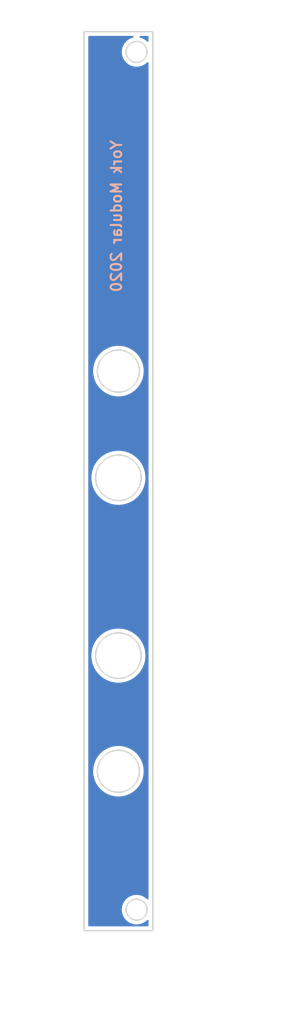
<source format=kicad_pcb>
(kicad_pcb (version 20171130) (host pcbnew 5.1.6-c6e7f7d~87~ubuntu18.04.1)

  (general
    (thickness 1.6)
    (drawings 57)
    (tracks 0)
    (zones 0)
    (modules 0)
    (nets 1)
  )

  (page A4)
  (layers
    (0 F.Cu signal)
    (31 B.Cu signal)
    (32 B.Adhes user)
    (33 F.Adhes user)
    (34 B.Paste user)
    (35 F.Paste user)
    (36 B.SilkS user)
    (37 F.SilkS user)
    (38 B.Mask user)
    (39 F.Mask user)
    (40 Dwgs.User user)
    (41 Cmts.User user)
    (42 Eco1.User user)
    (43 Eco2.User user)
    (44 Edge.Cuts user)
    (45 Margin user)
    (46 B.CrtYd user)
    (47 F.CrtYd user)
    (48 B.Fab user)
    (49 F.Fab user)
  )

  (setup
    (last_trace_width 0.25)
    (trace_clearance 0.2)
    (zone_clearance 0.508)
    (zone_45_only no)
    (trace_min 0.2)
    (via_size 0.8)
    (via_drill 0.4)
    (via_min_size 0.4)
    (via_min_drill 0.3)
    (uvia_size 0.3)
    (uvia_drill 0.1)
    (uvias_allowed no)
    (uvia_min_size 0.2)
    (uvia_min_drill 0.1)
    (edge_width 0.05)
    (segment_width 0.2)
    (pcb_text_width 0.3)
    (pcb_text_size 1.5 1.5)
    (mod_edge_width 0.12)
    (mod_text_size 1 1)
    (mod_text_width 0.15)
    (pad_size 1.524 1.524)
    (pad_drill 0.762)
    (pad_to_mask_clearance 0.05)
    (aux_axis_origin 0 0)
    (visible_elements FFFFFF7F)
    (pcbplotparams
      (layerselection 0x010fc_ffffffff)
      (usegerberextensions false)
      (usegerberattributes true)
      (usegerberadvancedattributes true)
      (creategerberjobfile true)
      (excludeedgelayer true)
      (linewidth 0.100000)
      (plotframeref false)
      (viasonmask false)
      (mode 1)
      (useauxorigin false)
      (hpglpennumber 1)
      (hpglpenspeed 20)
      (hpglpendiameter 15.000000)
      (psnegative false)
      (psa4output false)
      (plotreference true)
      (plotvalue true)
      (plotinvisibletext false)
      (padsonsilk false)
      (subtractmaskfromsilk false)
      (outputformat 1)
      (mirror false)
      (drillshape 1)
      (scaleselection 1)
      (outputdirectory ""))
  )

  (net 0 "")

  (net_class Default "This is the default net class."
    (clearance 0.2)
    (trace_width 0.25)
    (via_dia 0.8)
    (via_drill 0.4)
    (uvia_dia 0.3)
    (uvia_drill 0.1)
  )

  (gr_text "York Modular 2020" (at 128.67 65.44 90) (layer B.SilkS)
    (effects (font (size 1.5 1.5) (thickness 0.3)) (justify mirror))
  )
  (gr_text OUT (at 128.94 153.95) (layer F.Mask) (tstamp 5F22879B)
    (effects (font (size 2 2) (thickness 0.5)))
  )
  (gr_text RES (at 128.89 120.79) (layer F.Mask) (tstamp 5F22878E)
    (effects (font (size 2 2) (thickness 0.5)))
  )
  (gr_text CUT (at 128.92 110.79) (layer F.Mask) (tstamp 5F228781)
    (effects (font (size 2 2) (thickness 0.5)))
  )
  (gr_text IN (at 129 80.16) (layer F.Mask) (tstamp 5F228772)
    (effects (font (size 2 2) (thickness 0.5)))
  )
  (gr_text HPF (at 129.04 51.13) (layer F.Mask) (tstamp 5F228762)
    (effects (font (size 3 2) (thickness 0.5)))
  )
  (gr_text HPF (at 129.04 51.12) (layer F.Cu)
    (effects (font (size 3 2) (thickness 0.5)))
  )
  (gr_text IN (at 129 80.16) (layer F.Cu) (tstamp 5F22870F)
    (effects (font (size 2 2) (thickness 0.5)))
  )
  (gr_text CUT (at 128.92 110.79) (layer F.Cu) (tstamp 5F228707)
    (effects (font (size 2 2) (thickness 0.5)))
  )
  (gr_text RES (at 128.89 120.79) (layer F.Cu) (tstamp 5F228702)
    (effects (font (size 2 2) (thickness 0.5)))
  )
  (gr_text OUT (at 128.94 153.95) (layer F.Cu)
    (effects (font (size 2 2) (thickness 0.5)))
  )
  (gr_curve (pts (xy 127.46 142.111924) (xy 126.531797 142.647823) (xy 125.96 143.638204) (xy 125.96 144.71)) (layer Edge.Cuts) (width 0.2))
  (gr_curve (pts (xy 130.46 84.961924) (xy 129.531796 84.426026) (xy 128.388203 84.426026) (xy 127.46 84.961924)) (layer Edge.Cuts) (width 0.2))
  (gr_curve (pts (xy 130.799812 163.180425) (xy 130.335615 163.448519) (xy 130.049767 163.943952) (xy 130.05 164.480006)) (layer Edge.Cuts) (width 0.2))
  (gr_curve (pts (xy 132.300188 43.27958) (xy 132.764385 43.011486) (xy 133.050232 42.516053) (xy 133.05 41.979999)) (layer Edge.Cuts) (width 0.2))
  (gr_curve (pts (xy 132.21 102.8) (xy 132.21 101.638887) (xy 131.590553 100.565974) (xy 130.585 99.985418)) (layer Edge.Cuts) (width 0.2))
  (gr_curve (pts (xy 127.335 131.014583) (xy 128.340553 131.595139) (xy 129.579446 131.595139) (xy 130.585 131.014583)) (layer Edge.Cuts) (width 0.2))
  (gr_line (start 132.21 128.2) (end 132.21 128.2) (layer Edge.Cuts) (width 0.2))
  (gr_line (start 132.21 102.8) (end 132.21 102.8) (layer Edge.Cuts) (width 0.2))
  (gr_curve (pts (xy 127.335 125.385418) (xy 126.329446 125.965974) (xy 125.71 127.038887) (xy 125.71 128.2)) (layer Edge.Cuts) (width 0.2))
  (gr_curve (pts (xy 130.799812 43.27958) (xy 131.264009 43.547674) (xy 131.835991 43.547674) (xy 132.300188 43.27958)) (layer Edge.Cuts) (width 0.2))
  (gr_curve (pts (xy 132.300188 165.779586) (xy 132.764385 165.511492) (xy 133.050232 165.016059) (xy 133.05 164.480006)) (layer Edge.Cuts) (width 0.2))
  (gr_curve (pts (xy 130.46 142.111924) (xy 129.531796 141.576026) (xy 128.388203 141.576026) (xy 127.46 142.111924)) (layer Edge.Cuts) (width 0.2))
  (gr_curve (pts (xy 130.799812 165.779586) (xy 131.264009 166.04768) (xy 131.835991 166.04768) (xy 132.300188 165.779586)) (layer Edge.Cuts) (width 0.2))
  (gr_curve (pts (xy 130.46 90.158076) (xy 131.388203 89.622178) (xy 131.96 88.631797) (xy 131.96 87.56)) (layer Edge.Cuts) (width 0.2))
  (gr_curve (pts (xy 125.96 144.71) (xy 125.96 145.781797) (xy 126.531797 146.772178) (xy 127.46 147.308076)) (layer Edge.Cuts) (width 0.2))
  (gr_curve (pts (xy 130.46 147.308076) (xy 131.388203 146.772178) (xy 131.96 145.781797) (xy 131.96 144.71)) (layer Edge.Cuts) (width 0.2))
  (gr_curve (pts (xy 133.05 41.979999) (xy 133.050232 41.443946) (xy 132.764385 40.948513) (xy 132.300188 40.680419)) (layer Edge.Cuts) (width 0.2))
  (gr_curve (pts (xy 131.96 87.56) (xy 131.96 86.488204) (xy 131.388203 85.497823) (xy 130.46 84.961924)) (layer Edge.Cuts) (width 0.2))
  (gr_curve (pts (xy 127.335 99.985418) (xy 126.329446 100.565974) (xy 125.71 101.638887) (xy 125.71 102.8)) (layer Edge.Cuts) (width 0.2))
  (gr_line (start 124.05 167.48) (end 124.05 39.08) (layer Edge.Cuts) (width 0.2))
  (gr_line (start 133.87 167.48) (end 124.05 167.48) (layer Edge.Cuts) (width 0.2))
  (gr_curve (pts (xy 132.300188 163.180425) (xy 131.835991 162.912331) (xy 131.264009 162.912331) (xy 130.799812 163.180425)) (layer Edge.Cuts) (width 0.2))
  (gr_line (start 133.87 39.08) (end 133.87 167.48) (layer Edge.Cuts) (width 0.2))
  (gr_curve (pts (xy 133.05 164.480006) (xy 133.050232 163.943952) (xy 132.764385 163.448519) (xy 132.300188 163.180425)) (layer Edge.Cuts) (width 0.2))
  (gr_curve (pts (xy 130.585 105.614583) (xy 131.590553 105.034026) (xy 132.21 103.961113) (xy 132.21 102.8)) (layer Edge.Cuts) (width 0.2))
  (gr_line (start 124.05 39.08) (end 133.87 39.08) (layer Edge.Cuts) (width 0.2))
  (gr_curve (pts (xy 127.46 84.961924) (xy 126.531797 85.497823) (xy 125.96 86.488204) (xy 125.96 87.56)) (layer Edge.Cuts) (width 0.2))
  (gr_line (start 133.05 41.979999) (end 133.05 41.979999) (layer Edge.Cuts) (width 0.2))
  (gr_curve (pts (xy 125.71 102.8) (xy 125.71 103.961113) (xy 126.329446 105.034026) (xy 127.335 105.614583)) (layer Edge.Cuts) (width 0.2))
  (gr_curve (pts (xy 130.05 41.979999) (xy 130.049767 42.516053) (xy 130.335615 43.011486) (xy 130.799812 43.27958)) (layer Edge.Cuts) (width 0.2))
  (gr_line (start 131.96 144.71) (end 131.96 144.71) (layer Edge.Cuts) (width 0.2))
  (gr_curve (pts (xy 127.46 90.158076) (xy 128.388203 90.693975) (xy 129.531796 90.693975) (xy 130.46 90.158076)) (layer Edge.Cuts) (width 0.2))
  (gr_curve (pts (xy 125.96 87.56) (xy 125.96 88.631797) (xy 126.531797 89.622178) (xy 127.46 90.158076)) (layer Edge.Cuts) (width 0.2))
  (gr_curve (pts (xy 125.71 128.2) (xy 125.71 129.361113) (xy 126.329446 130.434026) (xy 127.335 131.014583)) (layer Edge.Cuts) (width 0.2))
  (gr_curve (pts (xy 132.300188 40.680419) (xy 131.835991 40.412325) (xy 131.264009 40.412325) (xy 130.799812 40.680419)) (layer Edge.Cuts) (width 0.2))
  (gr_curve (pts (xy 131.96 144.71) (xy 131.96 143.638204) (xy 131.388203 142.647823) (xy 130.46 142.111924)) (layer Edge.Cuts) (width 0.2))
  (gr_curve (pts (xy 127.335 105.614583) (xy 128.340553 106.195139) (xy 129.579446 106.195139) (xy 130.585 105.614583)) (layer Edge.Cuts) (width 0.2))
  (gr_curve (pts (xy 130.585 99.985418) (xy 129.579446 99.404861) (xy 128.340553 99.404861) (xy 127.335 99.985418)) (layer Edge.Cuts) (width 0.2))
  (gr_curve (pts (xy 130.585 125.385418) (xy 129.579446 124.804861) (xy 128.340553 124.804861) (xy 127.335 125.385418)) (layer Edge.Cuts) (width 0.2))
  (gr_curve (pts (xy 130.585 131.014583) (xy 131.590553 130.434026) (xy 132.21 129.361113) (xy 132.21 128.2)) (layer Edge.Cuts) (width 0.2))
  (gr_line (start 133.05 164.480006) (end 133.05 164.480006) (layer Edge.Cuts) (width 0.2))
  (gr_curve (pts (xy 130.799812 40.680419) (xy 130.335615 40.948513) (xy 130.049767 41.443946) (xy 130.05 41.979999)) (layer Edge.Cuts) (width 0.2))
  (gr_curve (pts (xy 132.21 128.2) (xy 132.21 127.038887) (xy 131.590553 125.965974) (xy 130.585 125.385418)) (layer Edge.Cuts) (width 0.2))
  (gr_curve (pts (xy 127.46 147.308076) (xy 128.388203 147.843975) (xy 129.531796 147.843975) (xy 130.46 147.308076)) (layer Edge.Cuts) (width 0.2))
  (gr_curve (pts (xy 130.05 164.480006) (xy 130.049767 165.016059) (xy 130.335615 165.511492) (xy 130.799812 165.779586)) (layer Edge.Cuts) (width 0.2))
  (gr_line (start 131.96 87.56) (end 131.96 87.56) (layer Edge.Cuts) (width 0.2))

  (zone (net 0) (net_name "") (layer B.Cu) (tstamp 0) (hatch edge 0.508)
    (connect_pads (clearance 0.508))
    (min_thickness 0.254)
    (fill yes (arc_segments 32) (thermal_gap 0.508) (thermal_bridge_width 0.508))
    (polygon
      (pts
        (xy 153.61 180.68) (xy 112.05 174.65) (xy 118.08 35.64) (xy 148.87 34.56)
      )
    )
    (filled_polygon
      (pts
        (xy 130.963797 39.824252) (xy 130.911316 39.840984) (xy 130.858154 39.855303) (xy 130.848578 39.858993) (xy 130.61898 39.949318)
        (xy 130.585667 39.966347) (xy 130.550914 39.980179) (xy 130.541828 39.98495) (xy 130.453581 40.032076) (xy 130.422354 40.052904)
        (xy 130.389328 40.070725) (xy 130.380855 40.076515) (xy 130.176736 40.218122) (xy 130.134528 40.253981) (xy 130.090773 40.287909)
        (xy 130.083365 40.295011) (xy 129.907837 40.465646) (xy 129.872527 40.507416) (xy 129.83533 40.547474) (xy 129.829171 40.555683)
        (xy 129.684701 40.751072) (xy 129.65681 40.797712) (xy 129.626735 40.842977) (xy 129.62198 40.852071) (xy 129.511033 41.067942)
        (xy 129.490974 41.118603) (xy 129.468549 41.168268) (xy 129.465326 41.178011) (xy 129.390366 41.410089) (xy 129.378633 41.4639)
        (xy 129.364466 41.517111) (xy 129.362877 41.52725) (xy 129.326372 41.771261) (xy 129.324474 41.808621) (xy 129.319086 41.845643)
        (xy 129.318678 41.855897) (xy 129.315396 41.955887) (xy 129.31781 41.993022) (xy 129.316718 42.030219) (xy 129.31749 42.040452)
        (xy 129.337923 42.288039) (xy 129.347844 42.342532) (xy 129.355316 42.397385) (xy 129.357756 42.407353) (xy 129.417629 42.644717)
        (xy 129.436118 42.696194) (xy 129.452181 42.748447) (xy 129.456205 42.757887) (xy 129.553054 42.980754) (xy 129.57947 43.028239)
        (xy 129.603606 43.076934) (xy 129.6091 43.085602) (xy 129.740457 43.289697) (xy 129.774291 43.332438) (xy 129.806053 43.376693)
        (xy 129.812875 43.38436) (xy 129.976276 43.56541) (xy 130.016988 43.602498) (xy 130.055965 43.641396) (xy 130.063946 43.647846)
        (xy 130.256924 43.801577) (xy 130.288321 43.821921) (xy 130.317666 43.845108) (xy 130.326339 43.850594) (xy 130.41126 43.903481)
        (xy 130.444914 43.920124) (xy 130.476854 43.939824) (xy 130.486103 43.944269) (xy 130.710768 44.050302) (xy 130.76292 44.06894)
        (xy 130.814175 44.089884) (xy 130.824028 44.092752) (xy 131.059547 44.159513) (xy 131.113358 44.16922) (xy 131.166655 44.181423)
        (xy 131.176843 44.182655) (xy 131.418283 44.210146) (xy 131.472619 44.210996) (xy 131.526861 44.214425) (xy 131.537114 44.213999)
        (xy 131.779541 44.202217) (xy 131.833466 44.194271) (xy 131.887673 44.188876) (xy 131.897722 44.186799) (xy 132.136202 44.135746)
        (xy 132.188683 44.119014) (xy 132.241845 44.104695) (xy 132.251421 44.101005) (xy 132.481019 44.01068) (xy 132.514325 43.993655)
        (xy 132.549076 43.979824) (xy 132.558162 43.975053) (xy 132.64641 43.927928) (xy 132.677641 43.907097) (xy 132.710676 43.889272)
        (xy 132.719148 43.883482) (xy 132.923266 43.741874) (xy 132.96547 43.706017) (xy 133.009225 43.672089) (xy 133.016634 43.664988)
        (xy 133.135 43.54992) (xy 133.135001 162.90709) (xy 133.123723 162.894594) (xy 133.083006 162.857501) (xy 133.044034 162.818608)
        (xy 133.036053 162.812158) (xy 132.843075 162.658427) (xy 132.811678 162.638083) (xy 132.782331 162.614895) (xy 132.773658 162.609409)
        (xy 132.688738 162.556523) (xy 132.65509 162.539883) (xy 132.623147 162.520181) (xy 132.613898 162.515736) (xy 132.389233 162.409702)
        (xy 132.337076 162.391062) (xy 132.285824 162.37012) (xy 132.275971 162.367252) (xy 132.040452 162.300491) (xy 131.986641 162.290784)
        (xy 131.933344 162.278581) (xy 131.923156 162.277349) (xy 131.681716 162.249858) (xy 131.627379 162.249008) (xy 131.573138 162.245579)
        (xy 131.562885 162.246005) (xy 131.320458 162.257787) (xy 131.266533 162.265733) (xy 131.212326 162.271128) (xy 131.202276 162.273206)
        (xy 130.963797 162.324258) (xy 130.911316 162.34099) (xy 130.858154 162.355309) (xy 130.848578 162.358999) (xy 130.61898 162.449324)
        (xy 130.585667 162.466353) (xy 130.550914 162.480185) (xy 130.541828 162.484956) (xy 130.453581 162.532082) (xy 130.422354 162.55291)
        (xy 130.389328 162.570731) (xy 130.380855 162.576521) (xy 130.176736 162.718128) (xy 130.134528 162.753987) (xy 130.090773 162.787915)
        (xy 130.083365 162.795017) (xy 129.907837 162.965652) (xy 129.872527 163.007421) (xy 129.835329 163.047481) (xy 129.82917 163.05569)
        (xy 129.6847 163.25108) (xy 129.656806 163.297727) (xy 129.626736 163.342983) (xy 129.621981 163.352077) (xy 129.511033 163.567947)
        (xy 129.490966 163.618627) (xy 129.468549 163.668275) (xy 129.465326 163.678018) (xy 129.390366 163.910097) (xy 129.378634 163.963902)
        (xy 129.364466 164.017118) (xy 129.362877 164.027257) (xy 129.326372 164.271268) (xy 129.324474 164.308628) (xy 129.319086 164.34565)
        (xy 129.318678 164.355904) (xy 129.315396 164.455894) (xy 129.31781 164.493029) (xy 129.316718 164.530226) (xy 129.31749 164.540459)
        (xy 129.337923 164.788046) (xy 129.347844 164.842539) (xy 129.355316 164.897392) (xy 129.357756 164.90736) (xy 129.417629 165.144724)
        (xy 129.436116 165.196195) (xy 129.452181 165.248455) (xy 129.456205 165.257895) (xy 129.553054 165.480761) (xy 129.579472 165.528248)
        (xy 129.603606 165.57694) (xy 129.6091 165.585608) (xy 129.740457 165.789703) (xy 129.774291 165.832444) (xy 129.806053 165.876699)
        (xy 129.812875 165.884366) (xy 129.976276 166.065416) (xy 130.016988 166.102504) (xy 130.055965 166.141402) (xy 130.063946 166.147852)
        (xy 130.256924 166.301583) (xy 130.288321 166.321927) (xy 130.317666 166.345114) (xy 130.326339 166.3506) (xy 130.41126 166.403487)
        (xy 130.444914 166.42013) (xy 130.476854 166.43983) (xy 130.486103 166.444275) (xy 130.710768 166.550308) (xy 130.76292 166.568946)
        (xy 130.814175 166.58989) (xy 130.824028 166.592758) (xy 131.059547 166.659519) (xy 131.113358 166.669226) (xy 131.166655 166.681429)
        (xy 131.176843 166.682661) (xy 131.418283 166.710152) (xy 131.472619 166.711002) (xy 131.526861 166.714431) (xy 131.537114 166.714005)
        (xy 131.779541 166.702223) (xy 131.833466 166.694277) (xy 131.887673 166.688882) (xy 131.897722 166.686805) (xy 132.136202 166.635752)
        (xy 132.188683 166.61902) (xy 132.241845 166.604701) (xy 132.251421 166.601011) (xy 132.481019 166.510686) (xy 132.514325 166.493661)
        (xy 132.549076 166.47983) (xy 132.558162 166.475059) (xy 132.64641 166.427934) (xy 132.677641 166.407103) (xy 132.710676 166.389278)
        (xy 132.719148 166.383488) (xy 132.923266 166.24188) (xy 132.96547 166.206023) (xy 133.009225 166.172095) (xy 133.016634 166.164994)
        (xy 133.135001 166.049925) (xy 133.135001 166.745) (xy 124.785 166.745) (xy 124.785 144.724169) (xy 125.225137 144.724169)
        (xy 125.225406 144.734428) (xy 125.232054 144.934345) (xy 125.235366 144.959486) (xy 125.235477 144.984842) (xy 125.236594 144.995043)
        (xy 125.271004 145.290145) (xy 125.277627 145.320644) (xy 125.280839 145.351677) (xy 125.282956 145.361718) (xy 125.345744 145.649453)
        (xy 125.355258 145.67889) (xy 125.361438 145.709197) (xy 125.364528 145.718983) (xy 125.45463 145.997504) (xy 125.466893 146.025672)
        (xy 125.47593 146.055029) (xy 125.479958 146.064468) (xy 125.596309 146.331935) (xy 125.611193 146.358665) (xy 125.622987 146.386897)
        (xy 125.627911 146.395901) (xy 125.769446 146.650466) (xy 125.78684 146.675611) (xy 125.801306 146.702552) (xy 125.807079 146.711036)
        (xy 125.972733 146.950857) (xy 125.992544 146.974272) (xy 126.009607 146.999751) (xy 126.016177 147.007635) (xy 126.204887 147.230866)
        (xy 126.227012 147.252375) (xy 126.246597 147.276206) (xy 126.253905 147.28341) (xy 126.464603 147.488209) (xy 126.488925 147.507616)
        (xy 126.51094 147.529586) (xy 126.518922 147.536037) (xy 126.750544 147.720557) (xy 126.776895 147.737632) (xy 126.80121 147.7575)
        (xy 126.809792 147.763127) (xy 127.061275 147.925525) (xy 127.083882 147.93717) (xy 127.104841 147.951572) (xy 127.11386 147.956468)
        (xy 127.290316 148.050668) (xy 127.313747 148.060371) (xy 127.335756 148.07295) (xy 127.34515 148.077084) (xy 127.617921 148.194836)
        (xy 127.647643 148.20435) (xy 127.676128 148.217086) (xy 127.685883 148.220273) (xy 127.966462 148.309764) (xy 127.996714 148.316244)
        (xy 128.026049 148.326044) (xy 128.036069 148.328261) (xy 128.322328 148.389491) (xy 128.352856 148.392955) (xy 128.382793 148.399806)
        (xy 128.392981 148.401038) (xy 128.682789 148.434009) (xy 128.713383 148.434484) (xy 128.743728 148.438386) (xy 128.753987 148.438624)
        (xy 129.045215 148.443334) (xy 129.075696 148.440842) (xy 129.106255 148.441784) (xy 129.116489 148.441027) (xy 129.407008 148.417476)
        (xy 129.437186 148.412027) (xy 129.467783 148.40999) (xy 129.477896 148.408241) (xy 129.765573 148.356432) (xy 129.795266 148.348024)
        (xy 129.825698 148.342979) (xy 129.835591 148.340252) (xy 130.118301 148.260181) (xy 130.147268 148.248821) (xy 130.177305 148.24074)
        (xy 130.186882 148.237053) (xy 130.462492 148.128722) (xy 130.490456 148.114438) (xy 130.519817 148.103316) (xy 130.528981 148.098698)
        (xy 130.795363 147.962107) (xy 130.816754 147.948349) (xy 130.839705 147.9374) (xy 130.848455 147.932038) (xy 131.018263 147.826321)
        (xy 131.038378 147.810884) (xy 131.060281 147.79811) (xy 131.068557 147.792042) (xy 131.306918 147.61469) (xy 131.330018 147.593707)
        (xy 131.355289 147.575407) (xy 131.362927 147.568553) (xy 131.580718 147.37031) (xy 131.601455 147.347352) (xy 131.624609 147.326848)
        (xy 131.631539 147.319279) (xy 131.827696 147.101987) (xy 131.845959 147.077282) (xy 131.866866 147.054776) (xy 131.873026 147.046568)
        (xy 132.046483 146.812072) (xy 132.062193 146.785811) (xy 132.08074 146.761489) (xy 132.086076 146.752723) (xy 132.235769 146.502868)
        (xy 132.248851 146.475226) (xy 132.264947 146.449231) (xy 132.269408 146.43999) (xy 132.394272 146.176617) (xy 132.404643 146.147756)
        (xy 132.418177 146.12024) (xy 132.421719 146.110608) (xy 132.52069 145.835566) (xy 132.528254 145.805651) (xy 132.539101 145.776774)
        (xy 132.541686 145.766842) (xy 132.613698 145.481973) (xy 132.618344 145.451202) (xy 132.626364 145.421151) (xy 132.62796 145.411013)
        (xy 132.671947 145.118162) (xy 132.673559 145.086798) (xy 132.678606 145.055817) (xy 132.679189 145.045571) (xy 132.693204 144.764339)
        (xy 132.698556 144.71) (xy 132.693801 144.661719) (xy 132.687945 144.485651) (xy 132.684633 144.460511) (xy 132.684522 144.435157)
        (xy 132.683405 144.424956) (xy 132.648995 144.129854) (xy 132.642372 144.099355) (xy 132.63916 144.068322) (xy 132.637043 144.05828)
        (xy 132.574255 143.770546) (xy 132.56474 143.741106) (xy 132.558561 143.710804) (xy 132.555471 143.701018) (xy 132.465369 143.422495)
        (xy 132.453103 143.394322) (xy 132.444068 143.364969) (xy 132.440041 143.35553) (xy 132.32369 143.088064) (xy 132.308804 143.061329)
        (xy 132.297012 143.033103) (xy 132.292088 143.024099) (xy 132.150553 142.769533) (xy 132.133158 142.744386) (xy 132.118693 142.717448)
        (xy 132.11292 142.708964) (xy 131.947266 142.469143) (xy 131.927452 142.445725) (xy 131.910392 142.42025) (xy 131.903822 142.412366)
        (xy 131.715114 142.189135) (xy 131.692991 142.167628) (xy 131.673403 142.143793) (xy 131.666094 142.136589) (xy 131.455396 141.931791)
        (xy 131.431077 141.912387) (xy 131.409059 141.890413) (xy 131.401077 141.883962) (xy 131.169455 141.699442) (xy 131.1431 141.682365)
        (xy 131.118788 141.662499) (xy 131.110206 141.656871) (xy 130.858724 141.494474) (xy 130.836115 141.482829) (xy 130.815159 141.468428)
        (xy 130.80614 141.463532) (xy 130.629682 141.369331) (xy 130.606253 141.359629) (xy 130.584241 141.347048) (xy 130.574848 141.342915)
        (xy 130.302077 141.225164) (xy 130.272357 141.215651) (xy 130.24387 141.202914) (xy 130.234115 141.199727) (xy 129.953535 141.110236)
        (xy 129.923288 141.103757) (xy 129.893951 141.093956) (xy 129.883931 141.091739) (xy 129.597672 141.030509) (xy 129.56715 141.027046)
        (xy 129.537202 141.020192) (xy 129.527014 141.018961) (xy 129.237206 140.985991) (xy 129.206615 140.985516) (xy 129.17627 140.981614)
        (xy 129.16601 140.981376) (xy 128.874783 140.976666) (xy 128.844301 140.979158) (xy 128.813745 140.978216) (xy 128.803511 140.978973)
        (xy 128.512993 141.002523) (xy 128.48281 141.007973) (xy 128.452213 141.01001) (xy 128.442101 141.011758) (xy 128.154422 141.063569)
        (xy 128.124738 141.071974) (xy 128.094302 141.07702) (xy 128.084408 141.079748) (xy 127.8017 141.159818) (xy 127.772734 141.171177)
        (xy 127.742694 141.179259) (xy 127.733117 141.182946) (xy 127.457507 141.291277) (xy 127.429546 141.305559) (xy 127.400179 141.316684)
        (xy 127.391015 141.321302) (xy 127.124634 141.457895) (xy 127.103252 141.471647) (xy 127.080299 141.482597) (xy 127.07155 141.48796)
        (xy 126.901741 141.593675) (xy 126.881622 141.609115) (xy 126.859719 141.621889) (xy 126.851442 141.627957) (xy 126.613081 141.805308)
        (xy 126.589976 141.826296) (xy 126.564709 141.844593) (xy 126.557071 141.851447) (xy 126.33928 142.049691) (xy 126.318543 142.072649)
        (xy 126.29539 142.093152) (xy 126.28846 142.100721) (xy 126.092303 142.318013) (xy 126.074039 142.342719) (xy 126.053134 142.365223)
        (xy 126.046974 142.373431) (xy 125.873517 142.607926) (xy 125.857808 142.634184) (xy 125.839258 142.658511) (xy 125.833922 142.667277)
        (xy 125.684229 142.917133) (xy 125.671145 142.94478) (xy 125.655053 142.970768) (xy 125.650591 142.980009) (xy 125.525727 143.24338)
        (xy 125.515353 143.272249) (xy 125.501822 143.29976) (xy 125.498279 143.309391) (xy 125.399309 143.584434) (xy 125.391745 143.614348)
        (xy 125.380898 143.643226) (xy 125.378314 143.653157) (xy 125.306302 143.938025) (xy 125.301656 143.968791) (xy 125.293635 143.998848)
        (xy 125.292039 144.008986) (xy 125.248052 144.301837) (xy 125.24644 144.333203) (xy 125.241393 144.364185) (xy 125.24081 144.37443)
        (xy 125.225911 144.673419) (xy 125.22713 144.698821) (xy 125.225137 144.724169) (xy 124.785 144.724169) (xy 124.785 128.214169)
        (xy 124.975137 128.214169) (xy 124.975406 128.224428) (xy 124.982608 128.441004) (xy 124.985129 128.460145) (xy 124.984896 128.479447)
        (xy 124.985845 128.489665) (xy 125.007223 128.703582) (xy 125.010984 128.72239) (xy 125.012017 128.741538) (xy 125.013638 128.751671)
        (xy 125.048852 128.962337) (xy 125.05381 128.980726) (xy 125.056082 128.999635) (xy 125.058365 129.00964) (xy 125.107071 129.216463)
        (xy 125.113187 129.234376) (xy 125.116667 129.25298) (xy 125.119598 129.262815) (xy 125.181455 129.465202) (xy 125.188688 129.482582)
        (xy 125.193345 129.500823) (xy 125.196909 129.510447) (xy 125.271575 129.707807) (xy 125.279891 129.724616) (xy 125.285696 129.742441)
        (xy 125.289876 129.751813) (xy 125.37701 129.943555) (xy 125.386373 129.959746) (xy 125.393301 129.977115) (xy 125.398079 129.986197)
        (xy 125.497339 130.171727) (xy 125.507721 130.187267) (xy 125.515749 130.204133) (xy 125.521103 130.212888) (xy 125.632146 130.391614)
        (xy 125.64352 130.406463) (xy 125.652632 130.422792) (xy 125.658542 130.431182) (xy 125.781027 130.602512) (xy 125.793368 130.616628)
        (xy 125.803546 130.632375) (xy 125.809987 130.640364) (xy 125.943573 130.803707) (xy 125.956856 130.817047) (xy 125.968081 130.832159)
        (xy 125.975028 130.839713) (xy 126.119372 130.994477) (xy 126.133574 131.006996) (xy 126.145827 131.021419) (xy 126.153252 131.028503)
        (xy 126.308013 131.174095) (xy 126.323092 131.185729) (xy 126.336348 131.199403) (xy 126.344222 131.205984) (xy 126.509057 131.341814)
        (xy 126.52498 131.35251) (xy 126.539204 131.365365) (xy 126.547495 131.371413) (xy 126.722064 131.496886) (xy 126.738766 131.50657)
        (xy 126.753913 131.518535) (xy 126.762587 131.524019) (xy 126.946547 131.638545) (xy 126.963891 131.647119) (xy 126.979841 131.658079)
        (xy 126.98886 131.662975) (xy 127.180021 131.765025) (xy 127.19786 131.772412) (xy 127.214458 131.782265) (xy 127.223782 131.786552)
        (xy 127.419729 131.874996) (xy 127.437891 131.881141) (xy 127.45499 131.88982) (xy 127.464577 131.893483) (xy 127.664625 131.968321)
        (xy 127.683038 131.973224) (xy 127.700548 131.98071) (xy 127.710354 131.983736) (xy 127.91382 132.044966) (xy 127.932393 132.048626)
        (xy 127.950241 132.054913) (xy 127.960223 132.057293) (xy 128.166424 132.104917) (xy 128.185098 132.107344) (xy 128.20322 132.11243)
        (xy 128.213336 132.114155) (xy 128.421589 132.148172) (xy 128.440302 132.149375) (xy 128.458642 132.15326) (xy 128.468849 132.154327)
        (xy 128.678468 132.174737) (xy 128.697171 132.174724) (xy 128.715674 132.177408) (xy 128.725929 132.177812) (xy 128.936232 132.184616)
        (xy 128.954886 132.183394) (xy 128.973507 132.184875) (xy 128.983766 132.184616) (xy 129.194069 132.177812) (xy 129.212619 132.175385)
        (xy 129.231309 132.175659) (xy 129.24153 132.174737) (xy 129.451149 132.154327) (xy 129.469548 132.150697) (xy 129.48827 132.149756)
        (xy 129.498409 132.148173) (xy 129.706662 132.114156) (xy 129.724863 132.109321) (xy 129.74356 132.107156) (xy 129.753575 132.104917)
        (xy 129.959776 132.057293) (xy 129.977719 132.051253) (xy 129.996331 132.047854) (xy 130.006178 132.044966) (xy 130.209645 131.983736)
        (xy 130.227261 131.976494) (xy 130.245738 131.971849) (xy 130.255375 131.96832) (xy 130.455422 131.893482) (xy 130.472637 131.885044)
        (xy 130.490885 131.879153) (xy 130.500268 131.874997) (xy 130.696216 131.786553) (xy 130.712955 131.77693) (xy 130.73089 131.769795)
        (xy 130.739976 131.765026) (xy 130.931138 131.662976) (xy 130.947241 131.652239) (xy 130.964705 131.643907) (xy 130.973455 131.638544)
        (xy 131.157414 131.524018) (xy 131.172726 131.512267) (xy 131.189562 131.502816) (xy 131.197937 131.496885) (xy 131.372504 131.371412)
        (xy 131.386911 131.358752) (xy 131.402974 131.348285) (xy 131.410939 131.341815) (xy 131.575775 131.205986) (xy 131.589226 131.192493)
        (xy 131.604464 131.181072) (xy 131.611988 131.174093) (xy 131.766748 131.028501) (xy 131.779205 131.014246) (xy 131.793574 131.001932)
        (xy 131.800626 130.994477) (xy 131.94497 130.839713) (xy 131.956408 130.824756) (xy 131.969873 130.811605) (xy 131.976425 130.803707)
        (xy 132.110011 130.640364) (xy 132.120409 130.62476) (xy 132.132945 130.610818) (xy 132.138971 130.602512) (xy 132.261456 130.431182)
        (xy 132.270797 130.414977) (xy 132.282373 130.400295) (xy 132.28785 130.391617) (xy 132.398894 130.212891) (xy 132.407161 130.196129)
        (xy 132.417757 130.180739) (xy 132.422662 130.171724) (xy 132.521921 129.986194) (xy 132.529093 129.96892) (xy 132.538677 129.952867)
        (xy 132.542988 129.943554) (xy 132.630122 129.751813) (xy 132.636176 129.734068) (xy 132.644723 129.717383) (xy 132.648422 129.70781)
        (xy 132.723089 129.51045) (xy 132.728002 129.492271) (xy 132.735476 129.474995) (xy 132.738544 129.465202) (xy 132.800401 129.262815)
        (xy 132.804141 129.24426) (xy 132.810506 129.226435) (xy 132.812928 129.216463) (xy 132.861634 129.009639) (xy 132.86417 128.990764)
        (xy 132.869384 128.972447) (xy 132.871147 128.962337) (xy 132.906361 128.751671) (xy 132.907662 128.732536) (xy 132.911684 128.713786)
        (xy 132.912776 128.703582) (xy 132.934154 128.489664) (xy 132.93419 128.47036) (xy 132.936978 128.451261) (xy 132.937391 128.441008)
        (xy 132.943801 128.248281) (xy 132.948556 128.2) (xy 132.943801 128.151719) (xy 132.937391 127.958992) (xy 132.93487 127.939853)
        (xy 132.935103 127.920553) (xy 132.934154 127.910335) (xy 132.912776 127.696417) (xy 132.909015 127.677609) (xy 132.907982 127.658462)
        (xy 132.906361 127.648328) (xy 132.871147 127.437662) (xy 132.866189 127.419272) (xy 132.863917 127.400365) (xy 132.861634 127.39036)
        (xy 132.812928 127.183536) (xy 132.806812 127.165623) (xy 132.803332 127.147019) (xy 132.800401 127.137184) (xy 132.738544 126.934797)
        (xy 132.731309 126.917412) (xy 132.726652 126.899172) (xy 132.723089 126.889549) (xy 132.648422 126.692189) (xy 132.640106 126.67538)
        (xy 132.634302 126.657558) (xy 132.630122 126.648186) (xy 132.542988 126.456445) (xy 132.533625 126.440254) (xy 132.526697 126.422885)
        (xy 132.52192 126.413803) (xy 132.422661 126.228274) (xy 132.412279 126.212734) (xy 132.404249 126.195864) (xy 132.398894 126.187109)
        (xy 132.28785 126.008383) (xy 132.276477 125.993536) (xy 132.267367 125.97721) (xy 132.261458 125.96882) (xy 132.138973 125.797489)
        (xy 132.126629 125.78337) (xy 132.116452 125.767624) (xy 132.110011 125.759635) (xy 131.976425 125.596292) (xy 131.963142 125.582952)
        (xy 131.951917 125.56784) (xy 131.94497 125.560286) (xy 131.800626 125.405522) (xy 131.786425 125.393004) (xy 131.774173 125.378582)
        (xy 131.766748 125.371498) (xy 131.611988 125.225906) (xy 131.596904 125.214268) (xy 131.583647 125.200593) (xy 131.575773 125.194012)
        (xy 131.410937 125.058184) (xy 131.39502 125.047492) (xy 131.380795 125.034636) (xy 131.372504 125.028588) (xy 131.197937 124.903115)
        (xy 131.181229 124.893427) (xy 131.166085 124.881465) (xy 131.157411 124.87598) (xy 130.973453 124.761455) (xy 130.956107 124.75288)
        (xy 130.940163 124.741924) (xy 130.931144 124.737028) (xy 130.739982 124.634976) (xy 130.722139 124.627587) (xy 130.70554 124.617734)
        (xy 130.696216 124.613446) (xy 130.500268 124.525002) (xy 130.482099 124.518855) (xy 130.465006 124.510179) (xy 130.45542 124.506516)
        (xy 130.255372 124.431678) (xy 130.236962 124.426776) (xy 130.219455 124.419291) (xy 130.209649 124.416265) (xy 130.006181 124.355034)
        (xy 129.987609 124.351374) (xy 129.969758 124.345086) (xy 129.959776 124.342706) (xy 129.753575 124.295082) (xy 129.7349 124.292655)
        (xy 129.716778 124.287569) (xy 129.706662 124.285843) (xy 129.498409 124.251826) (xy 129.479689 124.250623) (xy 129.461355 124.246739)
        (xy 129.451149 124.245672) (xy 129.24153 124.225262) (xy 129.222823 124.225275) (xy 129.20432 124.222591) (xy 129.194066 124.222187)
        (xy 128.983763 124.215384) (xy 128.965117 124.216605) (xy 128.946494 124.215124) (xy 128.936235 124.215384) (xy 128.725932 124.222187)
        (xy 128.707382 124.224614) (xy 128.688688 124.22434) (xy 128.678468 124.225262) (xy 128.468849 124.245672) (xy 128.45045 124.249302)
        (xy 128.431728 124.250243) (xy 128.421589 124.251827) (xy 128.213336 124.285844) (xy 128.19514 124.290678) (xy 128.176439 124.292843)
        (xy 128.166424 124.295082) (xy 127.960223 124.342706) (xy 127.942283 124.348745) (xy 127.923665 124.352145) (xy 127.913818 124.355034)
        (xy 127.710351 124.416265) (xy 127.692736 124.423507) (xy 127.674265 124.42815) (xy 127.664629 124.431678) (xy 127.46458 124.506515)
        (xy 127.447356 124.514957) (xy 127.429112 124.520847) (xy 127.419729 124.525003) (xy 127.223782 124.613447) (xy 127.207044 124.623069)
        (xy 127.189103 124.630207) (xy 127.180016 124.634977) (xy 126.988855 124.737029) (xy 126.972757 124.747763) (xy 126.955299 124.756092)
        (xy 126.946549 124.761454) (xy 126.762589 124.875979) (xy 126.747272 124.887734) (xy 126.730439 124.897183) (xy 126.722064 124.903114)
        (xy 126.547495 125.028587) (xy 126.533087 125.041248) (xy 126.517024 125.051715) (xy 126.509059 125.058185) (xy 126.344224 125.194013)
        (xy 126.330774 125.207505) (xy 126.315537 125.218925) (xy 126.308013 125.225904) (xy 126.153252 125.371496) (xy 126.140797 125.385749)
        (xy 126.126424 125.398066) (xy 126.119372 125.405522) (xy 125.975028 125.560286) (xy 125.963591 125.575243) (xy 125.950125 125.588394)
        (xy 125.943573 125.596292) (xy 125.809987 125.759635) (xy 125.79959 125.775238) (xy 125.787052 125.789182) (xy 125.781026 125.797488)
        (xy 125.65854 125.96882) (xy 125.6492 125.985024) (xy 125.637623 125.999707) (xy 125.632146 126.008386) (xy 125.521103 126.187112)
        (xy 125.512838 126.203871) (xy 125.502244 126.219257) (xy 125.49734 126.228271) (xy 125.39808 126.413801) (xy 125.390909 126.431072)
        (xy 125.381321 126.447132) (xy 125.37701 126.456444) (xy 125.289876 126.648186) (xy 125.283821 126.665933) (xy 125.275274 126.682619)
        (xy 125.271575 126.692192) (xy 125.196909 126.889552) (xy 125.191997 126.90773) (xy 125.184523 126.925004) (xy 125.181455 126.934797)
        (xy 125.119598 127.137184) (xy 125.115858 127.155739) (xy 125.109493 127.173564) (xy 125.107071 127.183536) (xy 125.058365 127.390359)
        (xy 125.055829 127.409236) (xy 125.050615 127.427552) (xy 125.048852 127.437662) (xy 125.013638 127.648328) (xy 125.012337 127.667462)
        (xy 125.008315 127.686213) (xy 125.007223 127.696417) (xy 124.985845 127.910334) (xy 124.985809 127.929641) (xy 124.983021 127.948741)
        (xy 124.982608 127.958995) (xy 124.975406 128.175572) (xy 124.976653 128.194883) (xy 124.975137 128.214169) (xy 124.785 128.214169)
        (xy 124.785 102.814169) (xy 124.975137 102.814169) (xy 124.975406 102.824428) (xy 124.982608 103.041004) (xy 124.985129 103.060145)
        (xy 124.984896 103.079447) (xy 124.985845 103.089665) (xy 125.007223 103.303582) (xy 125.010984 103.32239) (xy 125.012017 103.341538)
        (xy 125.013638 103.351671) (xy 125.048852 103.562337) (xy 125.05381 103.580726) (xy 125.056082 103.599635) (xy 125.058365 103.60964)
        (xy 125.107071 103.816463) (xy 125.113187 103.834376) (xy 125.116667 103.85298) (xy 125.119598 103.862815) (xy 125.181455 104.065202)
        (xy 125.188688 104.082582) (xy 125.193345 104.100823) (xy 125.196909 104.110447) (xy 125.271575 104.307807) (xy 125.279891 104.324616)
        (xy 125.285696 104.342441) (xy 125.289876 104.351813) (xy 125.37701 104.543555) (xy 125.386373 104.559746) (xy 125.393301 104.577115)
        (xy 125.398079 104.586197) (xy 125.497339 104.771727) (xy 125.507721 104.787267) (xy 125.515749 104.804133) (xy 125.521103 104.812888)
        (xy 125.632146 104.991614) (xy 125.64352 105.006463) (xy 125.652632 105.022792) (xy 125.658542 105.031182) (xy 125.781027 105.202512)
        (xy 125.793368 105.216628) (xy 125.803546 105.232375) (xy 125.809987 105.240364) (xy 125.943573 105.403707) (xy 125.956856 105.417047)
        (xy 125.968081 105.432159) (xy 125.975028 105.439713) (xy 126.119372 105.594477) (xy 126.133574 105.606996) (xy 126.145827 105.621419)
        (xy 126.153252 105.628503) (xy 126.308013 105.774095) (xy 126.323092 105.785729) (xy 126.336348 105.799403) (xy 126.344222 105.805984)
        (xy 126.509057 105.941814) (xy 126.52498 105.95251) (xy 126.539204 105.965365) (xy 126.547495 105.971413) (xy 126.722064 106.096886)
        (xy 126.738766 106.10657) (xy 126.753913 106.118535) (xy 126.762587 106.124019) (xy 126.946547 106.238545) (xy 126.963891 106.247119)
        (xy 126.979841 106.258079) (xy 126.98886 106.262975) (xy 127.180021 106.365025) (xy 127.19786 106.372412) (xy 127.214458 106.382265)
        (xy 127.223782 106.386552) (xy 127.419729 106.474996) (xy 127.437891 106.481141) (xy 127.45499 106.48982) (xy 127.464577 106.493483)
        (xy 127.664625 106.568321) (xy 127.683038 106.573224) (xy 127.700548 106.58071) (xy 127.710354 106.583736) (xy 127.91382 106.644966)
        (xy 127.932393 106.648626) (xy 127.950241 106.654913) (xy 127.960223 106.657293) (xy 128.166424 106.704917) (xy 128.185098 106.707344)
        (xy 128.20322 106.71243) (xy 128.213336 106.714155) (xy 128.421589 106.748172) (xy 128.440302 106.749375) (xy 128.458642 106.75326)
        (xy 128.468849 106.754327) (xy 128.678468 106.774737) (xy 128.697171 106.774724) (xy 128.715674 106.777408) (xy 128.725929 106.777812)
        (xy 128.936232 106.784616) (xy 128.954886 106.783394) (xy 128.973507 106.784875) (xy 128.983766 106.784616) (xy 129.194069 106.777812)
        (xy 129.212619 106.775385) (xy 129.231309 106.775659) (xy 129.24153 106.774737) (xy 129.451149 106.754327) (xy 129.469548 106.750697)
        (xy 129.48827 106.749756) (xy 129.498409 106.748173) (xy 129.706662 106.714156) (xy 129.724863 106.709321) (xy 129.74356 106.707156)
        (xy 129.753575 106.704917) (xy 129.959776 106.657293) (xy 129.977719 106.651253) (xy 129.996331 106.647854) (xy 130.006178 106.644966)
        (xy 130.209645 106.583736) (xy 130.227261 106.576494) (xy 130.245738 106.571849) (xy 130.255375 106.56832) (xy 130.455422 106.493482)
        (xy 130.472637 106.485044) (xy 130.490885 106.479153) (xy 130.500268 106.474997) (xy 130.696216 106.386553) (xy 130.712955 106.37693)
        (xy 130.73089 106.369795) (xy 130.739976 106.365026) (xy 130.931138 106.262976) (xy 130.947241 106.252239) (xy 130.964705 106.243907)
        (xy 130.973455 106.238544) (xy 131.157414 106.124018) (xy 131.172726 106.112267) (xy 131.189562 106.102816) (xy 131.197937 106.096885)
        (xy 131.372504 105.971412) (xy 131.386911 105.958752) (xy 131.402974 105.948285) (xy 131.410939 105.941815) (xy 131.575775 105.805986)
        (xy 131.589226 105.792493) (xy 131.604464 105.781072) (xy 131.611988 105.774093) (xy 131.766748 105.628501) (xy 131.779205 105.614246)
        (xy 131.793574 105.601932) (xy 131.800626 105.594477) (xy 131.94497 105.439713) (xy 131.956408 105.424756) (xy 131.969873 105.411605)
        (xy 131.976425 105.403707) (xy 132.110011 105.240364) (xy 132.120409 105.22476) (xy 132.132945 105.210818) (xy 132.138971 105.202512)
        (xy 132.261456 105.031182) (xy 132.270797 105.014977) (xy 132.282373 105.000295) (xy 132.28785 104.991617) (xy 132.398894 104.812891)
        (xy 132.407161 104.796129) (xy 132.417757 104.780739) (xy 132.422662 104.771724) (xy 132.521921 104.586194) (xy 132.529093 104.56892)
        (xy 132.538677 104.552867) (xy 132.542988 104.543554) (xy 132.630122 104.351813) (xy 132.636176 104.334068) (xy 132.644723 104.317383)
        (xy 132.648422 104.30781) (xy 132.723089 104.11045) (xy 132.728002 104.092271) (xy 132.735476 104.074995) (xy 132.738544 104.065202)
        (xy 132.800401 103.862815) (xy 132.804141 103.84426) (xy 132.810506 103.826435) (xy 132.812928 103.816463) (xy 132.861634 103.609639)
        (xy 132.86417 103.590764) (xy 132.869384 103.572447) (xy 132.871147 103.562337) (xy 132.906361 103.351671) (xy 132.907662 103.332536)
        (xy 132.911684 103.313786) (xy 132.912776 103.303582) (xy 132.934154 103.089664) (xy 132.93419 103.07036) (xy 132.936978 103.051261)
        (xy 132.937391 103.041008) (xy 132.943801 102.848281) (xy 132.948556 102.8) (xy 132.943801 102.751719) (xy 132.937391 102.558992)
        (xy 132.93487 102.539853) (xy 132.935103 102.520553) (xy 132.934154 102.510335) (xy 132.912776 102.296417) (xy 132.909015 102.277609)
        (xy 132.907982 102.258462) (xy 132.906361 102.248328) (xy 132.871147 102.037662) (xy 132.866189 102.019272) (xy 132.863917 102.000365)
        (xy 132.861634 101.99036) (xy 132.812928 101.783536) (xy 132.806812 101.765623) (xy 132.803332 101.747019) (xy 132.800401 101.737184)
        (xy 132.738544 101.534797) (xy 132.731309 101.517412) (xy 132.726652 101.499172) (xy 132.723089 101.489549) (xy 132.648422 101.292189)
        (xy 132.640106 101.27538) (xy 132.634302 101.257558) (xy 132.630122 101.248186) (xy 132.542988 101.056445) (xy 132.533625 101.040254)
        (xy 132.526697 101.022885) (xy 132.52192 101.013803) (xy 132.422661 100.828274) (xy 132.412279 100.812734) (xy 132.404249 100.795864)
        (xy 132.398894 100.787109) (xy 132.28785 100.608383) (xy 132.276477 100.593536) (xy 132.267367 100.57721) (xy 132.261458 100.56882)
        (xy 132.138973 100.397489) (xy 132.126629 100.38337) (xy 132.116452 100.367624) (xy 132.110011 100.359635) (xy 131.976425 100.196292)
        (xy 131.963142 100.182952) (xy 131.951917 100.16784) (xy 131.94497 100.160286) (xy 131.800626 100.005522) (xy 131.786425 99.993004)
        (xy 131.774173 99.978582) (xy 131.766748 99.971498) (xy 131.611988 99.825906) (xy 131.596904 99.814268) (xy 131.583647 99.800593)
        (xy 131.575773 99.794012) (xy 131.410937 99.658184) (xy 131.39502 99.647492) (xy 131.380795 99.634636) (xy 131.372504 99.628588)
        (xy 131.197937 99.503115) (xy 131.181229 99.493427) (xy 131.166085 99.481465) (xy 131.157411 99.47598) (xy 130.973453 99.361455)
        (xy 130.956107 99.35288) (xy 130.940163 99.341924) (xy 130.931144 99.337028) (xy 130.739982 99.234976) (xy 130.722139 99.227587)
        (xy 130.70554 99.217734) (xy 130.696216 99.213446) (xy 130.500268 99.125002) (xy 130.482099 99.118855) (xy 130.465006 99.110179)
        (xy 130.45542 99.106516) (xy 130.255372 99.031678) (xy 130.236962 99.026776) (xy 130.219455 99.019291) (xy 130.209649 99.016265)
        (xy 130.006181 98.955034) (xy 129.987609 98.951374) (xy 129.969758 98.945086) (xy 129.959776 98.942706) (xy 129.753575 98.895082)
        (xy 129.7349 98.892655) (xy 129.716778 98.887569) (xy 129.706662 98.885843) (xy 129.498409 98.851826) (xy 129.479689 98.850623)
        (xy 129.461355 98.846739) (xy 129.451149 98.845672) (xy 129.24153 98.825262) (xy 129.222823 98.825275) (xy 129.20432 98.822591)
        (xy 129.194066 98.822187) (xy 128.983763 98.815384) (xy 128.965117 98.816605) (xy 128.946494 98.815124) (xy 128.936235 98.815384)
        (xy 128.725932 98.822187) (xy 128.707382 98.824614) (xy 128.688688 98.82434) (xy 128.678468 98.825262) (xy 128.468849 98.845672)
        (xy 128.45045 98.849302) (xy 128.431728 98.850243) (xy 128.421589 98.851827) (xy 128.213336 98.885844) (xy 128.19514 98.890678)
        (xy 128.176439 98.892843) (xy 128.166424 98.895082) (xy 127.960223 98.942706) (xy 127.942283 98.948745) (xy 127.923665 98.952145)
        (xy 127.913818 98.955034) (xy 127.710351 99.016265) (xy 127.692736 99.023507) (xy 127.674265 99.02815) (xy 127.664629 99.031678)
        (xy 127.46458 99.106515) (xy 127.447356 99.114957) (xy 127.429112 99.120847) (xy 127.419729 99.125003) (xy 127.223782 99.213447)
        (xy 127.207044 99.223069) (xy 127.189103 99.230207) (xy 127.180016 99.234977) (xy 126.988855 99.337029) (xy 126.972757 99.347763)
        (xy 126.955299 99.356092) (xy 126.946549 99.361454) (xy 126.762589 99.475979) (xy 126.747272 99.487734) (xy 126.730439 99.497183)
        (xy 126.722064 99.503114) (xy 126.547495 99.628587) (xy 126.533087 99.641248) (xy 126.517024 99.651715) (xy 126.509059 99.658185)
        (xy 126.344224 99.794013) (xy 126.330774 99.807505) (xy 126.315537 99.818925) (xy 126.308013 99.825904) (xy 126.153252 99.971496)
        (xy 126.140797 99.985749) (xy 126.126424 99.998066) (xy 126.119372 100.005522) (xy 125.975028 100.160286) (xy 125.963591 100.175243)
        (xy 125.950125 100.188394) (xy 125.943573 100.196292) (xy 125.809987 100.359635) (xy 125.79959 100.375238) (xy 125.787052 100.389182)
        (xy 125.781026 100.397488) (xy 125.65854 100.56882) (xy 125.6492 100.585024) (xy 125.637623 100.599707) (xy 125.632146 100.608386)
        (xy 125.521103 100.787112) (xy 125.512838 100.803871) (xy 125.502244 100.819257) (xy 125.49734 100.828271) (xy 125.39808 101.013801)
        (xy 125.390909 101.031072) (xy 125.381321 101.047132) (xy 125.37701 101.056444) (xy 125.289876 101.248186) (xy 125.283821 101.265933)
        (xy 125.275274 101.282619) (xy 125.271575 101.292192) (xy 125.196909 101.489552) (xy 125.191997 101.50773) (xy 125.184523 101.525004)
        (xy 125.181455 101.534797) (xy 125.119598 101.737184) (xy 125.115858 101.755739) (xy 125.109493 101.773564) (xy 125.107071 101.783536)
        (xy 125.058365 101.990359) (xy 125.055829 102.009236) (xy 125.050615 102.027552) (xy 125.048852 102.037662) (xy 125.013638 102.248328)
        (xy 125.012337 102.267462) (xy 125.008315 102.286213) (xy 125.007223 102.296417) (xy 124.985845 102.510334) (xy 124.985809 102.529641)
        (xy 124.983021 102.548741) (xy 124.982608 102.558995) (xy 124.975406 102.775572) (xy 124.976653 102.794883) (xy 124.975137 102.814169)
        (xy 124.785 102.814169) (xy 124.785 87.574169) (xy 125.225137 87.574169) (xy 125.225406 87.584428) (xy 125.232054 87.784345)
        (xy 125.235366 87.809486) (xy 125.235477 87.834842) (xy 125.236594 87.845043) (xy 125.271004 88.140145) (xy 125.277627 88.170644)
        (xy 125.280839 88.201677) (xy 125.282956 88.211718) (xy 125.345744 88.499453) (xy 125.355258 88.52889) (xy 125.361438 88.559197)
        (xy 125.364528 88.568983) (xy 125.45463 88.847504) (xy 125.466893 88.875672) (xy 125.47593 88.905029) (xy 125.479958 88.914468)
        (xy 125.596309 89.181935) (xy 125.611193 89.208665) (xy 125.622987 89.236897) (xy 125.627911 89.245901) (xy 125.769446 89.500466)
        (xy 125.78684 89.525611) (xy 125.801306 89.552552) (xy 125.807079 89.561036) (xy 125.972733 89.800857) (xy 125.992544 89.824272)
        (xy 126.009607 89.849751) (xy 126.016177 89.857635) (xy 126.204887 90.080866) (xy 126.227012 90.102375) (xy 126.246597 90.126206)
        (xy 126.253905 90.13341) (xy 126.464603 90.338209) (xy 126.488925 90.357616) (xy 126.51094 90.379586) (xy 126.518922 90.386037)
        (xy 126.750544 90.570557) (xy 126.776895 90.587632) (xy 126.80121 90.6075) (xy 126.809792 90.613127) (xy 127.061275 90.775525)
        (xy 127.083882 90.78717) (xy 127.104841 90.801572) (xy 127.11386 90.806468) (xy 127.290316 90.900668) (xy 127.313747 90.910371)
        (xy 127.335756 90.92295) (xy 127.34515 90.927084) (xy 127.617921 91.044836) (xy 127.647643 91.05435) (xy 127.676128 91.067086)
        (xy 127.685883 91.070273) (xy 127.966462 91.159764) (xy 127.996714 91.166244) (xy 128.026049 91.176044) (xy 128.036069 91.178261)
        (xy 128.322328 91.239491) (xy 128.352856 91.242955) (xy 128.382793 91.249806) (xy 128.392981 91.251038) (xy 128.682789 91.284009)
        (xy 128.713383 91.284484) (xy 128.743728 91.288386) (xy 128.753987 91.288624) (xy 129.045215 91.293334) (xy 129.075696 91.290842)
        (xy 129.106255 91.291784) (xy 129.116489 91.291027) (xy 129.407008 91.267476) (xy 129.437186 91.262027) (xy 129.467783 91.25999)
        (xy 129.477896 91.258241) (xy 129.765573 91.206432) (xy 129.795266 91.198024) (xy 129.825698 91.192979) (xy 129.835591 91.190252)
        (xy 130.118301 91.110181) (xy 130.147268 91.098821) (xy 130.177305 91.09074) (xy 130.186882 91.087053) (xy 130.462492 90.978722)
        (xy 130.490456 90.964438) (xy 130.519817 90.953316) (xy 130.528981 90.948698) (xy 130.795363 90.812107) (xy 130.816754 90.798349)
        (xy 130.839705 90.7874) (xy 130.848455 90.782038) (xy 131.018263 90.676321) (xy 131.038378 90.660884) (xy 131.060281 90.64811)
        (xy 131.068557 90.642042) (xy 131.306918 90.46469) (xy 131.330018 90.443707) (xy 131.355289 90.425407) (xy 131.362927 90.418553)
        (xy 131.580718 90.22031) (xy 131.601455 90.197352) (xy 131.624609 90.176848) (xy 131.631539 90.169279) (xy 131.827696 89.951987)
        (xy 131.845959 89.927282) (xy 131.866866 89.904776) (xy 131.873026 89.896568) (xy 132.046483 89.662072) (xy 132.062193 89.635811)
        (xy 132.08074 89.611489) (xy 132.086076 89.602723) (xy 132.235769 89.352868) (xy 132.248851 89.325226) (xy 132.264947 89.299231)
        (xy 132.269408 89.28999) (xy 132.394272 89.026617) (xy 132.404643 88.997756) (xy 132.418177 88.97024) (xy 132.421719 88.960608)
        (xy 132.52069 88.685566) (xy 132.528254 88.655651) (xy 132.539101 88.626774) (xy 132.541686 88.616842) (xy 132.613698 88.331973)
        (xy 132.618344 88.301202) (xy 132.626364 88.271151) (xy 132.62796 88.261013) (xy 132.671947 87.968162) (xy 132.673559 87.936798)
        (xy 132.678606 87.905817) (xy 132.679189 87.895571) (xy 132.693204 87.614339) (xy 132.698556 87.56) (xy 132.693801 87.511719)
        (xy 132.687945 87.335651) (xy 132.684633 87.310511) (xy 132.684522 87.285157) (xy 132.683405 87.274956) (xy 132.648995 86.979854)
        (xy 132.642372 86.949355) (xy 132.63916 86.918322) (xy 132.637043 86.90828) (xy 132.574255 86.620546) (xy 132.56474 86.591106)
        (xy 132.558561 86.560804) (xy 132.555471 86.551018) (xy 132.465369 86.272495) (xy 132.453103 86.244322) (xy 132.444068 86.214969)
        (xy 132.440041 86.20553) (xy 132.32369 85.938064) (xy 132.308804 85.911329) (xy 132.297012 85.883103) (xy 132.292088 85.874099)
        (xy 132.150553 85.619533) (xy 132.133158 85.594386) (xy 132.118693 85.567448) (xy 132.11292 85.558964) (xy 131.947266 85.319143)
        (xy 131.927452 85.295725) (xy 131.910392 85.27025) (xy 131.903822 85.262366) (xy 131.715114 85.039135) (xy 131.692991 85.017628)
        (xy 131.673403 84.993793) (xy 131.666094 84.986589) (xy 131.455396 84.781791) (xy 131.431077 84.762387) (xy 131.409059 84.740413)
        (xy 131.401077 84.733962) (xy 131.169455 84.549442) (xy 131.1431 84.532365) (xy 131.118788 84.512499) (xy 131.110206 84.506871)
        (xy 130.858724 84.344474) (xy 130.836115 84.332829) (xy 130.815159 84.318428) (xy 130.80614 84.313532) (xy 130.629682 84.219331)
        (xy 130.606253 84.209629) (xy 130.584241 84.197048) (xy 130.574848 84.192915) (xy 130.302077 84.075164) (xy 130.272357 84.065651)
        (xy 130.24387 84.052914) (xy 130.234115 84.049727) (xy 129.953535 83.960236) (xy 129.923288 83.953757) (xy 129.893951 83.943956)
        (xy 129.883931 83.941739) (xy 129.597672 83.880509) (xy 129.56715 83.877046) (xy 129.537202 83.870192) (xy 129.527014 83.868961)
        (xy 129.237206 83.835991) (xy 129.206615 83.835516) (xy 129.17627 83.831614) (xy 129.16601 83.831376) (xy 128.874783 83.826666)
        (xy 128.844301 83.829158) (xy 128.813745 83.828216) (xy 128.803511 83.828973) (xy 128.512993 83.852523) (xy 128.48281 83.857973)
        (xy 128.452213 83.86001) (xy 128.442101 83.861758) (xy 128.154422 83.913569) (xy 128.124738 83.921974) (xy 128.094302 83.92702)
        (xy 128.084408 83.929748) (xy 127.8017 84.009818) (xy 127.772734 84.021177) (xy 127.742694 84.029259) (xy 127.733117 84.032946)
        (xy 127.457507 84.141277) (xy 127.429546 84.155559) (xy 127.400179 84.166684) (xy 127.391015 84.171302) (xy 127.124634 84.307895)
        (xy 127.103252 84.321647) (xy 127.080299 84.332597) (xy 127.07155 84.33796) (xy 126.901741 84.443675) (xy 126.881622 84.459115)
        (xy 126.859719 84.471889) (xy 126.851442 84.477957) (xy 126.613081 84.655308) (xy 126.589976 84.676296) (xy 126.564709 84.694593)
        (xy 126.557071 84.701447) (xy 126.33928 84.899691) (xy 126.318543 84.922649) (xy 126.29539 84.943152) (xy 126.28846 84.950721)
        (xy 126.092303 85.168013) (xy 126.074039 85.192719) (xy 126.053134 85.215223) (xy 126.046974 85.223431) (xy 125.873517 85.457926)
        (xy 125.857808 85.484184) (xy 125.839258 85.508511) (xy 125.833922 85.517277) (xy 125.684229 85.767133) (xy 125.671145 85.79478)
        (xy 125.655053 85.820768) (xy 125.650591 85.830009) (xy 125.525727 86.09338) (xy 125.515353 86.122249) (xy 125.501822 86.14976)
        (xy 125.498279 86.159391) (xy 125.399309 86.434434) (xy 125.391745 86.464348) (xy 125.380898 86.493226) (xy 125.378314 86.503157)
        (xy 125.306302 86.788025) (xy 125.301656 86.818791) (xy 125.293635 86.848848) (xy 125.292039 86.858986) (xy 125.248052 87.151837)
        (xy 125.24644 87.183203) (xy 125.241393 87.214185) (xy 125.24081 87.22443) (xy 125.225911 87.523419) (xy 125.22713 87.548821)
        (xy 125.225137 87.574169) (xy 124.785 87.574169) (xy 124.785 39.815) (xy 131.007016 39.815)
      )
    )
    (filled_polygon
      (pts
        (xy 133.135 40.407083) (xy 133.123723 40.394588) (xy 133.083006 40.357495) (xy 133.044034 40.318602) (xy 133.036053 40.312152)
        (xy 132.843075 40.158421) (xy 132.811678 40.138077) (xy 132.782331 40.114889) (xy 132.773658 40.109403) (xy 132.688738 40.056517)
        (xy 132.65509 40.039877) (xy 132.623147 40.020175) (xy 132.613898 40.01573) (xy 132.389233 39.909696) (xy 132.337076 39.891056)
        (xy 132.285824 39.870114) (xy 132.275971 39.867246) (xy 132.091658 39.815) (xy 133.135 39.815)
      )
    )
  )
)

</source>
